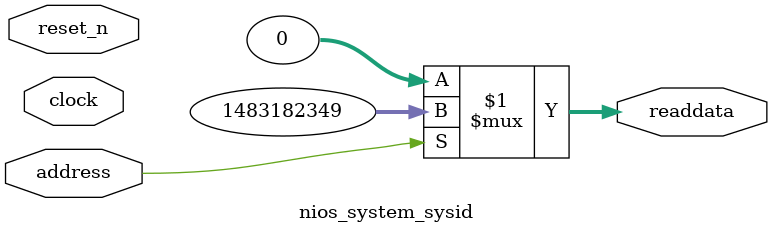
<source format=v>

`timescale 1ns / 1ps
// synthesis translate_on

// turn off superfluous verilog processor warnings 
// altera message_level Level1 
// altera message_off 10034 10035 10036 10037 10230 10240 10030 

module nios_system_sysid (
               // inputs:
                address,
                clock,
                reset_n,

               // outputs:
                readdata
             )
;

  output  [ 31: 0] readdata;
  input            address;
  input            clock;
  input            reset_n;

  wire    [ 31: 0] readdata;
  //control_slave, which is an e_avalon_slave
  assign readdata = address ? 1483182349 : 0;

endmodule




</source>
